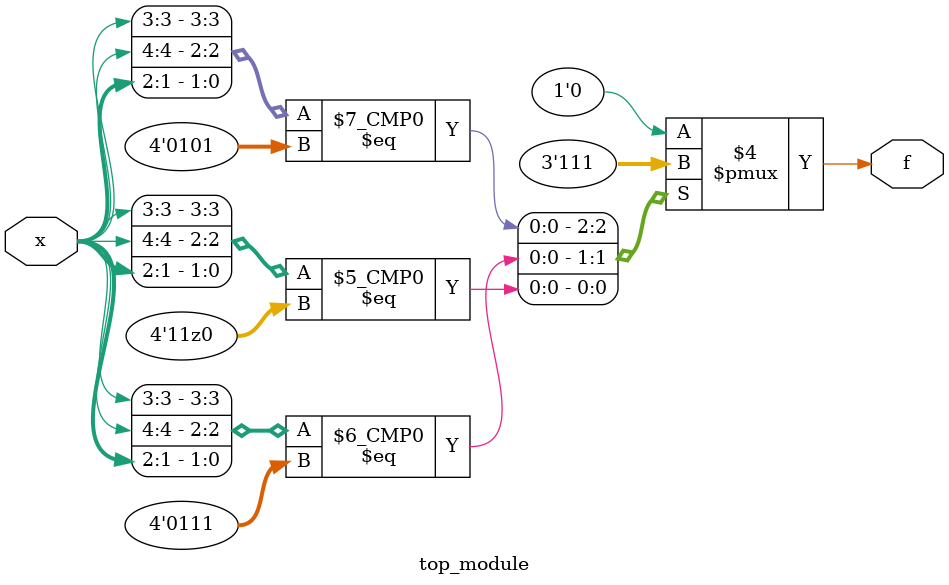
<source format=sv>
module top_module (
    input [4:1] x,
    output logic f
);

    always_comb begin
        case ({x[3], x[4], x[2], x[1]})
            4'b00?0: f = 1'b0;
            4'b00?1: f = 1'b0;
            4'b0101: f = 1'b1;
            4'b0111: f = 1'b1;
            4'b11?0: f = 1'b1;
            4'b1100: f = 1'b1;
            4'b1101: f = 1'b0;
            default: f = 1'b0;
        endcase
    end
endmodule

</source>
